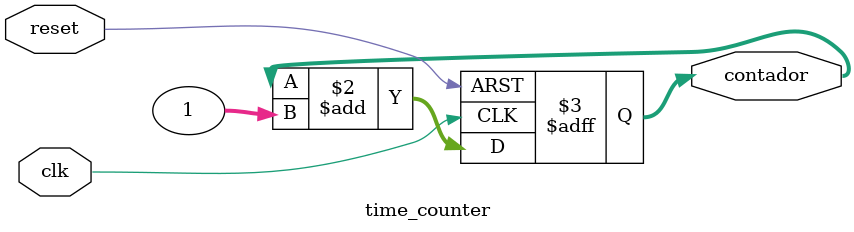
<source format=v>
module time_counter(
    input wire clk,     // Clock signal
    input wire reset,   // Reset signal
    output reg [31:0] contador // 32-bit counter
);

always @(posedge clk or posedge reset) begin
    if (reset) begin
        contador <= 0; // Resetear el contador a 0
    end else begin
        contador <= contador + 1; // Incrementar el Contador
    end
end
endmodule

</source>
